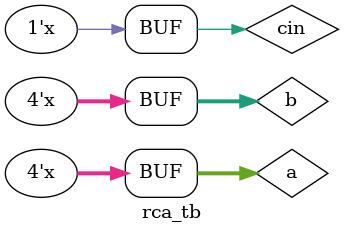
<source format=v>
module rca(a,b,cin,s,cout
    );
input [3:0]a;
input [3:0]b;
input cin;
output cout;
output [3:0]s;
wire [2:0]c;
assign s[0]=a[0]^b[0]^cin;
assign c[0]=(a[0]&b[0])|(cin&(a[0]|b[0]));

assign s[1]=a[1]^b[1]^c[0];
assign c[1]=(a[1]&b[1])|(c[0]&(a[1]|b[1]));

assign s[2]=a[2]^b[2]^c[1];
assign c[2]=(a[2]&b[2])|(c[1]&(a[2]|b[2]));

assign s[3]=a[3]^b[3]^c[2];
assign cout=(a[3]&b[3])|(c[2]&(a[3]|b[3]));
endmodule
module rca_tb;

	// Inputs
	reg [3:0] a;
	reg [3:0] b;
	reg cin;

	// Outputs
	wire [3:0] s;
	wire cout;

	// Instantiate the Design Under Test (DUT)
	rca dut (a,b,cin,s,cout
	);

	
		// Initialize Inputs
		initial a=4'b0000;
		initial b=4'b0000;
		initial cin=1'b0;
		
		always #20 a=a+4'b0001;
		always #20 b=b+4'b0001;
		always #20 cin=cin+1'b1;

endmodule


</source>
